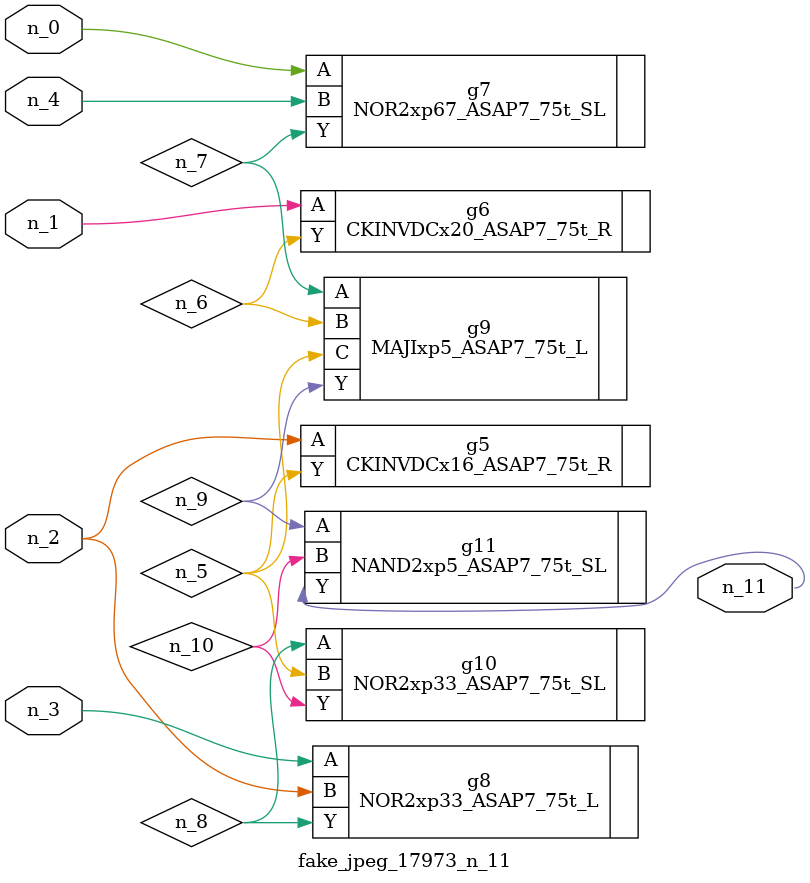
<source format=v>
module fake_jpeg_17973_n_11 (n_3, n_2, n_1, n_0, n_4, n_11);

input n_3;
input n_2;
input n_1;
input n_0;
input n_4;

output n_11;

wire n_10;
wire n_8;
wire n_9;
wire n_6;
wire n_5;
wire n_7;

CKINVDCx16_ASAP7_75t_R g5 ( 
.A(n_2),
.Y(n_5)
);

CKINVDCx20_ASAP7_75t_R g6 ( 
.A(n_1),
.Y(n_6)
);

NOR2xp67_ASAP7_75t_SL g7 ( 
.A(n_0),
.B(n_4),
.Y(n_7)
);

NOR2xp33_ASAP7_75t_L g8 ( 
.A(n_3),
.B(n_2),
.Y(n_8)
);

MAJIxp5_ASAP7_75t_L g9 ( 
.A(n_7),
.B(n_6),
.C(n_5),
.Y(n_9)
);

NAND2xp5_ASAP7_75t_SL g11 ( 
.A(n_9),
.B(n_10),
.Y(n_11)
);

NOR2xp33_ASAP7_75t_SL g10 ( 
.A(n_8),
.B(n_5),
.Y(n_10)
);


endmodule
</source>
